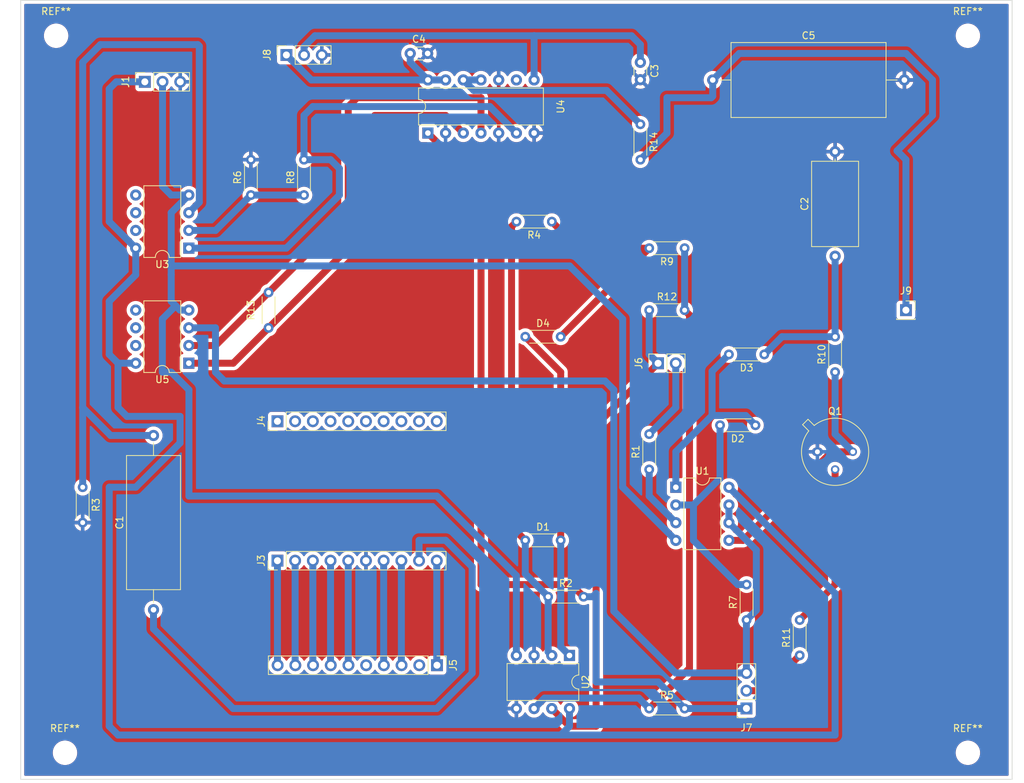
<source format=kicad_pcb>
(kicad_pcb (version 20211014) (generator pcbnew)
  (layers (0 "F.Cu" signal) (31 "B.Cu" signal) (34 "B.Paste" user) (35 "F.Paste" user) (36 "B.SilkS" user "B.Silkscreen") (37 "F.SilkS" user "F.Silkscreen") (38 "B.Mask" user) (39 "F.Mask" user) (44 "Edge.Cuts" user))
  (net 0 "")
  (net 1 "Net-(C1-Pad1)")
  (net 2 "Net-(C1-Pad2)")
  (net 3 "Net-(C2-Pad1)")
  (net 4 "GND")
  (net 5 "Net-(C3-Pad1)")
  (net 6 "Net-(C4-Pad1)")
  (net 7 "Net-(C5-Pad1)")
  (net 8 "Net-(D1-Pad1)")
  (net 9 "Net-(D1-Pad2)")
  (net 10 "Net-(D2-Pad1)")
  (net 11 "Net-(D2-Pad2)")
  (net 12 "Net-(D4-Pad2)")
  (net 13 "v+")
  (net 14 "v-")
  (net 25 "Net-(J3-Pad1)")
  (net 26 "Net-(J3-Pad2)")
  (net 27 "Net-(J3-Pad3)")
  (net 28 "Net-(J3-Pad4)")
  (net 29 "Net-(J3-Pad5)")
  (net 30 "Net-(J3-Pad7)")
  (net 31 "Net-(J3-Pad8)")
  (net 32 "Net-(J3-Pad10)")
  (net 35 "rect_out")
  (net 36 "peak_in")
  (net 37 "vin")
  (net 38 "dis")
  (net 39 "vout")
  (net 40 "Net-(Q1-Pad2)")
  (net 41 "Net-(Q1-Pad3)")
  (net 42 "Net-(R1-Pad1)")
  (net 43 "Net-(R12-Pad2)")
  (net 44 "Net-(R6-Pad1)")
  (net 45 "Net-(R8-Pad2)")
  (net 46 "Net-(R13-Pad1)")
  (net 47 "Net-(R13-Pad2)")
  (net 48 "Net-(R14-Pad1)")
  (footprint "MountingHole:MountingHole_2.5mm" (layer "F.Cu") (at 26.67 162.56)
    (fp_text reference "REF**" (at 0 -3.5) (layer "F.SilkS"))
    (fp_text value "MountingHole_2.5mm")
    (pad "" np_thru_hole circle (at 0 0) (size 2.5 2.5) (drill 2.5) (layers *.Cu *.Mask))
  )
  (footprint "Package_DIP:DIP-14_W7.62mm" (layer "F.Cu") (at 78.735 73.65 90)
    (fp_text reference "U4" (at 3.8 19.055 90) (layer "F.SilkS"))
    (fp_text value "AD734ANZ")
    (pad "1" thru_hole rect (at 0 0 90) (size 1.6 1.6) (drill 0.8) (layers *.Cu *.Mask) (net 37 "vin"))
    (pad "2" thru_hole oval (at 0 2.54 90) (size 1.6 1.6) (drill 0.8) (layers *.Cu *.Mask) (net 4 "GND"))
    (pad "3" thru_hole oval (at 0 5.08 90) (size 1.6 1.6) (drill 0.8) (layers *.Cu *.Mask) (net 46 "Net-(R13-Pad1)"))
    (pad "4" thru_hole oval (at 0 7.62 90) (size 1.6 1.6) (drill 0.8) (layers *.Cu *.Mask) (net 47 "Net-(R13-Pad2)"))
    (pad "5" thru_hole oval (at 0 10.16 90) (size 1.6 1.6) (drill 0.8) (layers *.Cu *.Mask) (net 4 "GND"))
    (pad "6" thru_hole oval (at 0 12.7 90) (size 1.6 1.6) (drill 0.8) (layers *.Cu *.Mask) (net 45 "Net-(R8-Pad2)"))
    (pad "7" thru_hole oval (at 0 15.24 90) (size 1.6 1.6) (drill 0.8) (layers *.Cu *.Mask) (net 4 "GND"))
    (pad "8" thru_hole oval (at 7.62 15.24 90) (size 1.6 1.6) (drill 0.8) (layers *.Cu *.Mask) (net 5 "Net-(C3-Pad1)"))
    (pad "9" thru_hole oval (at 7.62 12.7 90) (size 1.6 1.6) (drill 0.8) (layers *.Cu *.Mask))
    (pad "10" thru_hole oval (at 7.62 10.16 90) (size 1.6 1.6) (drill 0.8) (layers *.Cu *.Mask) (net 4 "GND"))
    (pad "11" thru_hole oval (at 7.62 7.62 90) (size 1.6 1.6) (drill 0.8) (layers *.Cu *.Mask) (net 48 "Net-(R14-Pad1)"))
    (pad "12" thru_hole oval (at 7.62 5.08 90) (size 1.6 1.6) (drill 0.8) (layers *.Cu *.Mask) (net 48 "Net-(R14-Pad1)"))
    (pad "13" thru_hole oval (at 7.62 2.54 90) (size 1.6 1.6) (drill 0.8) (layers *.Cu *.Mask) (net 6 "Net-(C4-Pad1)"))
    (pad "14" thru_hole oval (at 7.62 0 90) (size 1.6 1.6) (drill 0.8) (layers *.Cu *.Mask) (net 6 "Net-(C4-Pad1)"))
  )
  (footprint "Connector_PinHeader_2.54mm:PinHeader_1x10_P2.54mm_Vertical" (layer "F.Cu") (at 57.15 115 90)
    (fp_text reference "J4" (at 0 -2.33 90) (layer "F.SilkS"))
    (fp_text value "rightWOSInConn")
    (pad "1" thru_hole rect (at 0 0 90) (size 1.7 1.7) (drill 1) (layers *.Cu *.Mask))
    (pad "2" thru_hole oval (at 0 2.54 90) (size 1.7 1.7) (drill 1) (layers *.Cu *.Mask))
    (pad "3" thru_hole oval (at 0 5.08 90) (size 1.7 1.7) (drill 1) (layers *.Cu *.Mask))
    (pad "4" thru_hole oval (at 0 7.62 90) (size 1.7 1.7) (drill 1) (layers *.Cu *.Mask))
    (pad "5" thru_hole oval (at 0 10.16 90) (size 1.7 1.7) (drill 1) (layers *.Cu *.Mask))
    (pad "6" thru_hole oval (at 0 12.7 90) (size 1.7 1.7) (drill 1) (layers *.Cu *.Mask))
    (pad "7" thru_hole oval (at 0 15.24 90) (size 1.7 1.7) (drill 1) (layers *.Cu *.Mask))
    (pad "8" thru_hole oval (at 0 17.78 90) (size 1.7 1.7) (drill 1) (layers *.Cu *.Mask))
    (pad "9" thru_hole oval (at 0 20.32 90) (size 1.7 1.7) (drill 1) (layers *.Cu *.Mask))
    (pad "10" thru_hole oval (at 0 22.86 90) (size 1.7 1.7) (drill 1) (layers *.Cu *.Mask))
  )
  (footprint "Capacitor_THT:C_Axial_L22.0mm_D10.5mm_P27.50mm_Horizontal" (layer "F.Cu") (at 119.6 66.04)
    (fp_text reference "C5" (at 13.75 -6.37) (layer "F.SilkS"))
    (fp_text value "1u")
    (pad "1" thru_hole circle (at 0 0) (size 1.6 1.6) (drill 0.8) (layers *.Cu *.Mask) (net 7 "Net-(C5-Pad1)"))
    (pad "2" thru_hole oval (at 27.5 0) (size 1.6 1.6) (drill 0.8) (layers *.Cu *.Mask) (net 4 "GND"))
  )
  (footprint "Resistor_THT:R_Axial_DIN0204_L3.6mm_D1.6mm_P5.08mm_Horizontal" (layer "F.Cu") (at 96.52 86.36 180)
    (fp_text reference "R4" (at 2.54 -1.92) (layer "F.SilkS"))
    (fp_text value "15k")
    (pad "1" thru_hole circle (at 0 0 180) (size 1.4 1.4) (drill 0.7) (layers *.Cu *.Mask) (net 12 "Net-(D4-Pad2)"))
    (pad "2" thru_hole oval (at 5.08 0 180) (size 1.4 1.4) (drill 0.7) (layers *.Cu *.Mask) (net 8 "Net-(D1-Pad1)"))
  )
  (footprint "Resistor_THT:R_Axial_DIN0204_L3.6mm_D1.6mm_P5.08mm_Horizontal" (layer "F.Cu") (at 60.96 82.55 90)
    (fp_text reference "R8" (at 2.54 -1.92 90) (layer "F.SilkS"))
    (fp_text value "100k")
    (pad "1" thru_hole circle (at 0 0 90) (size 1.4 1.4) (drill 0.7) (layers *.Cu *.Mask) (net 44 "Net-(R6-Pad1)"))
    (pad "2" thru_hole oval (at 5.08 0 90) (size 1.4 1.4) (drill 0.7) (layers *.Cu *.Mask) (net 45 "Net-(R8-Pad2)"))
  )
  (footprint "Capacitor_THT:C_Disc_D3.0mm_W1.6mm_P2.50mm" (layer "F.Cu") (at 76.2 62.23)
    (fp_text reference "C4" (at 1.25 -2.05) (layer "F.SilkS"))
    (fp_text value ".1u")
    (pad "1" thru_hole circle (at 0 0) (size 1.6 1.6) (drill 0.8) (layers *.Cu *.Mask) (net 6 "Net-(C4-Pad1)"))
    (pad "2" thru_hole circle (at 2.5 0) (size 1.6 1.6) (drill 0.8) (layers *.Cu *.Mask) (net 4 "GND"))
  )
  (footprint "MountingHole:MountingHole_2.5mm" (layer "F.Cu") (at 156.21 59.69)
    (fp_text reference "REF**" (at 0 -3.5) (layer "F.SilkS"))
    (fp_text value "MountingHole_2.5mm")
    (pad "" np_thru_hole circle (at 0 0) (size 2.5 2.5) (drill 2.5) (layers *.Cu *.Mask))
  )
  (footprint "Resistor_THT:R_Axial_DIN0204_L3.6mm_D1.6mm_P5.08mm_Horizontal" (layer "F.Cu") (at 124.46 143.51 90)
    (fp_text reference "R7" (at 2.54 -1.92 90) (layer "F.SilkS"))
    (fp_text value "1k")
    (pad "1" thru_hole circle (at 0 0 90) (size 1.4 1.4) (drill 0.7) (layers *.Cu *.Mask) (net 39 "vout"))
    (pad "2" thru_hole oval (at 5.08 0 90) (size 1.4 1.4) (drill 0.7) (layers *.Cu *.Mask) (net 11 "Net-(D2-Pad2)"))
  )
  (footprint "Resistor_THT:R_Axial_DIN0204_L3.6mm_D1.6mm_P5.08mm_Horizontal" (layer "F.Cu") (at 132.08 148.59 90)
    (fp_text reference "R11" (at 2.54 -1.92 90) (layer "F.SilkS"))
    (fp_text value "8.8k")
    (pad "1" thru_hole circle (at 0 0 90) (size 1.4 1.4) (drill 0.7) (layers *.Cu *.Mask) (net 38 "dis"))
    (pad "2" thru_hole oval (at 5.08 0 90) (size 1.4 1.4) (drill 0.7) (layers *.Cu *.Mask) (net 40 "Net-(Q1-Pad2)"))
  )
  (footprint "Resistor_THT:R_Axial_DIN0204_L3.6mm_D1.6mm_P5.08mm_Horizontal" (layer "F.Cu") (at 55.88 101.6 90)
    (fp_text reference "R13" (at 2.54 -2.54 90) (layer "F.SilkS"))
    (fp_text value "2M")
    (pad "1" thru_hole circle (at 0 0 90) (size 1.4 1.4) (drill 0.7) (layers *.Cu *.Mask) (net 46 "Net-(R13-Pad1)"))
    (pad "2" thru_hole oval (at 5.08 0 90) (size 1.4 1.4) (drill 0.7) (layers *.Cu *.Mask) (net 47 "Net-(R13-Pad2)"))
  )
  (footprint "Connector_PinSocket_2.54mm:PinSocket_1x01_P2.54mm_Vertical" (layer "F.Cu") (at 147.32 99.06)
    (fp_text reference "J9" (at 0 -2.77) (layer "F.SilkS"))
    (fp_text value "PAS_OUT")
    (pad "1" thru_hole rect (at 0 0) (size 1.7 1.7) (drill 1) (layers *.Cu *.Mask) (net 7 "Net-(C5-Pad1)"))
  )
  (footprint "Resistor_THT:R_Axial_DIN0204_L3.6mm_D1.6mm_P5.08mm_Horizontal" (layer "F.Cu") (at 137.16 107.95 90)
    (fp_text reference "R10" (at 2.54 -1.92 90) (layer "F.SilkS"))
    (fp_text value "400")
    (pad "1" thru_hole circle (at 0 0 90) (size 1.4 1.4) (drill 0.7) (layers *.Cu *.Mask) (net 41 "Net-(Q1-Pad3)"))
    (pad "2" thru_hole oval (at 5.08 0 90) (size 1.4 1.4) (drill 0.7) (layers *.Cu *.Mask) (net 3 "Net-(C2-Pad1)"))
  )
  (footprint "Resistor_THT:R_Axial_DIN0204_L3.6mm_D1.6mm_P5.08mm_Horizontal" (layer "F.Cu") (at 125.73 115.57 180)
    (fp_text reference "D2" (at 2.54 -1.92) (layer "F.SilkS"))
    (fp_text value "D")
    (pad "1" thru_hole circle (at 0 0 180) (size 1.4 1.4) (drill 0.7) (layers *.Cu *.Mask) (net 10 "Net-(D2-Pad1)"))
    (pad "2" thru_hole oval (at 5.08 0 180) (size 1.4 1.4) (drill 0.7) (layers *.Cu *.Mask) (net 11 "Net-(D2-Pad2)"))
  )
  (footprint "Package_DIP:DIP-8_W7.62mm" (layer "F.Cu") (at 44.44 90.16 180)
    (fp_text reference "U3" (at 3.81 -2.33) (layer "F.SilkS"))
    (fp_text value "LF353")
    (pad "1" thru_hole rect (at 0 0 180) (size 1.6 1.6) (drill 0.8) (layers *.Cu *.Mask) (net 45 "Net-(R8-Pad2)"))
    (pad "2" thru_hole oval (at 0 2.54 180) (size 1.6 1.6) (drill 0.8) (layers *.Cu *.Mask) (net 44 "Net-(R6-Pad1)"))
    (pad "3" thru_hole oval (at 0 5.08 180) (size 1.6 1.6) (drill 0.8) (layers *.Cu *.Mask) (net 2 "Net-(C1-Pad2)"))
    (pad "4" thru_hole oval (at 0 7.62 180) (size 1.6 1.6) (drill 0.8) (layers *.Cu *.Mask) (net 14 "v-"))
    (pad "5" thru_hole oval (at 7.62 7.62 180) (size 1.6 1.6) (drill 0.8) (layers *.Cu *.Mask))
    (pad "6" thru_hole oval (at 7.62 5.08 180) (size 1.6 1.6) (drill 0.8) (layers *.Cu *.Mask))
    (pad "7" thru_hole oval (at 7.62 2.54 180) (size 1.6 1.6) (drill 0.8) (layers *.Cu *.Mask))
    (pad "8" thru_hole oval (at 7.62 0 180) (size 1.6 1.6) (drill 0.8) (layers *.Cu *.Mask) (net 13 "v+"))
  )
  (footprint "Package_DIP:DIP-8_W7.62mm" (layer "F.Cu") (at 99.05 148.6 -90)
    (fp_text reference "U2" (at 3.81 -2.33 90) (layer "F.SilkS"))
    (fp_text value "LF353")
    (pad "1" thru_hole rect (at 0 0 270) (size 1.6 1.6) (drill 0.8) (layers *.Cu *.Mask) (net 9 "Net-(D1-Pad2)"))
    (pad "2" thru_hole oval (at 0 2.54 270) (size 1.6 1.6) (drill 0.8) (layers *.Cu *.Mask) (net 8 "Net-(D1-Pad1)"))
    (pad "3" thru_hole oval (at 0 5.08 270) (size 1.6 1.6) (drill 0.8) (layers *.Cu *.Mask) (net 4 "GND"))
    (pad "4" thru_hole oval (at 0 7.62 270) (size 1.6 1.6) (drill 0.8) (layers *.Cu *.Mask) (net 14 "v-"))
    (pad "5" thru_hole oval (at 7.62 7.62 270) (size 1.6 1.6) (drill 0.8) (layers *.Cu *.Mask) (net 4 "GND"))
    (pad "6" thru_hole oval (at 7.62 5.08 270) (size 1.6 1.6) (drill 0.8) (layers *.Cu *.Mask) (net 43 "Net-(R12-Pad2)"))
    (pad "7" thru_hole oval (at 7.62 2.54 270) (size 1.6 1.6) (drill 0.8) (layers *.Cu *.Mask) (net 35 "rect_out"))
    (pad "8" thru_hole oval (at 7.62 0 270) (size 1.6 1.6) (drill 0.8) (layers *.Cu *.Mask) (net 13 "v+"))
  )
  (footprint "Connector_PinHeader_2.54mm:PinHeader_1x10_P2.54mm_Vertical" (layer "F.Cu") (at 80.04 150 -90)
    (fp_text reference "J5" (at 0 -2.33 90) (layer "F.SilkS"))
    (fp_text value "LeftWOSOutConn")
    (pad "1" thru_hole rect (at 0 0 270) (size 1.7 1.7) (drill 1) (layers *.Cu *.Mask) (net 32 "Net-(J3-Pad10)"))
    (pad "2" thru_hole oval (at 0 2.54 270) (size 1.7 1.7) (drill 1) (layers *.Cu *.Mask))
    (pad "3" thru_hole oval (at 0 5.08 270) (size 1.7 1.7) (drill 1) (layers *.Cu *.Mask) (net 31 "Net-(J3-Pad8)"))
    (pad "4" thru_hole oval (at 0 7.62 270) (size 1.7 1.7) (drill 1) (layers *.Cu *.Mask) (net 30 "Net-(J3-Pad7)"))
    (pad "5" thru_hole oval (at 0 10.16 270) (size 1.7 1.7) (drill 1) (layers *.Cu *.Mask))
    (pad "6" thru_hole oval (at 0 12.7 270) (size 1.7 1.7) (drill 1) (layers *.Cu *.Mask) (net 29 "Net-(J3-Pad5)"))
    (pad "7" thru_hole oval (at 0 15.24 270) (size 1.7 1.7) (drill 1) (layers *.Cu *.Mask) (net 28 "Net-(J3-Pad4)"))
    (pad "8" thru_hole oval (at 0 17.78 270) (size 1.7 1.7) (drill 1) (layers *.Cu *.Mask) (net 27 "Net-(J3-Pad3)"))
    (pad "9" thru_hole oval (at 0 20.32 270) (size 1.7 1.7) (drill 1) (layers *.Cu *.Mask) (net 26 "Net-(J3-Pad2)"))
    (pad "10" thru_hole oval (at 0 22.86 270) (size 1.7 1.7) (drill 1) (layers *.Cu *.Mask) (net 25 "Net-(J3-Pad1)"))
  )
  (footprint "Resistor_THT:R_Axial_DIN0204_L3.6mm_D1.6mm_P5.08mm_Horizontal" (layer "F.Cu") (at 92.71 132.08)
    (fp_text reference "D1" (at 2.54 -1.92) (layer "F.SilkS"))
    (fp_text value "D")
    (pad "1" thru_hole circle (at 0 0) (size 1.4 1.4) (drill 0.7) (layers *.Cu *.Mask) (net 8 "Net-(D1-Pad1)"))
    (pad "2" thru_hole oval (at 5.08 0) (size 1.4 1.4) (drill 0.7) (layers *.Cu *.Mask) (net 9 "Net-(D1-Pad2)"))
  )
  (footprint "MountingHole:MountingHole_2.5mm" (layer "F.Cu") (at 25.4 59.69)
    (fp_text reference "REF**" (at 0 -3.5) (layer "F.SilkS"))
    (fp_text value "MountingHole_2.5mm")
    (pad "" np_thru_hole circle (at 0 0) (size 2.5 2.5) (drill 2.5) (layers *.Cu *.Mask))
  )
  (footprint "Resistor_THT:R_Axial_DIN0204_L3.6mm_D1.6mm_P5.08mm_Horizontal" (layer "F.Cu") (at 110.49 99.06)
    (fp_text reference "R12" (at 2.54 -1.92) (layer "F.SilkS"))
    (fp_text value "15k")
    (pad "1" thru_hole circle (at 0 0) (size 1.4 1.4) (drill 0.7) (layers *.Cu *.Mask) (net 35 "rect_out"))
    (pad "2" thru_hole oval (at 5.08 0) (size 1.4 1.4) (drill 0.7) (layers *.Cu *.Mask) (net 43 "Net-(R12-Pad2)"))
  )
  (footprint "Resistor_THT:R_Axial_DIN0204_L3.6mm_D1.6mm_P5.08mm_Horizontal" (layer "F.Cu") (at 53.34 82.55 90)
    (fp_text reference "R6" (at 2.54 -1.92 90) (layer "F.SilkS"))
    (fp_text value "100k")
    (pad "1" thru_hole circle (at 0 0 90) (size 1.4 1.4) (drill 0.7) (layers *.Cu *.Mask) (net 44 "Net-(R6-Pad1)"))
    (pad "2" thru_hole oval (at 5.08 0 90) (size 1.4 1.4) (drill 0.7) (layers *.Cu *.Mask) (net 4 "GND"))
  )
  (footprint "Resistor_THT:R_Axial_DIN0204_L3.6mm_D1.6mm_P5.08mm_Horizontal" (layer "F.Cu") (at 110.49 121.92 90)
    (fp_text reference "R1" (at 2.54 -1.92 90) (layer "F.SilkS"))
    (fp_text value "1k")
    (pad "1" thru_hole circle (at 0 0 90) (size 1.4 1.4) (drill 0.7) (layers *.Cu *.Mask) (net 42 "Net-(R1-Pad1)"))
    (pad "2" thru_hole oval (at 5.08 0 90) (size 1.4 1.4) (drill 0.7) (layers *.Cu *.Mask) (net 36 "peak_in"))
  )
  (footprint "Package_DIP:DIP-8_W7.62mm" (layer "F.Cu") (at 44.44 106.67 180)
    (fp_text reference "U5" (at 3.81 -2.33) (layer "F.SilkS"))
    (fp_text value "LF353")
    (pad "1" thru_hole rect (at 0 0 180) (size 1.6 1.6) (drill 0.8) (layers *.Cu *.Mask) (net 46 "Net-(R13-Pad1)"))
    (pad "2" thru_hole oval (at 0 2.54 180) (size 1.6 1.6) (drill 0.8) (layers *.Cu *.Mask) (net 47 "Net-(R13-Pad2)"))
    (pad "3" thru_hole oval (at 0 5.08 180) (size 1.6 1.6) (drill 0.8) (layers *.Cu *.Mask) (net 39 "vout"))
    (pad "4" thru_hole oval (at 0 7.62 180) (size 1.6 1.6) (drill 0.8) (layers *.Cu *.Mask) (net 14 "v-"))
    (pad "5" thru_hole oval (at 7.62 7.62 180) (size 1.6 1.6) (drill 0.8) (layers *.Cu *.Mask))
    (pad "6" thru_hole oval (at 7.62 5.08 180) (size 1.6 1.6) (drill 0.8) (layers *.Cu *.Mask))
    (pad "7" thru_hole oval (at 7.62 2.54 180) (size 1.6 1.6) (drill 0.8) (layers *.Cu *.Mask))
    (pad "8" thru_hole oval (at 7.62 0 180) (size 1.6 1.6) (drill 0.8) (layers *.Cu *.Mask) (net 13 "v+"))
  )
  (footprint "Resistor_THT:R_Axial_DIN0204_L3.6mm_D1.6mm_P5.08mm_Horizontal" (layer "F.Cu") (at 127 105.41 180)
    (fp_text reference "D3" (at 2.54 -1.92) (layer "F.SilkS"))
    (fp_text value "D")
    (pad "1" thru_hole circle (at 0 0 180) (size 1.4 1.4) (drill 0.7) (layers *.Cu *.Mask) (net 3 "Net-(C2-Pad1)"))
    (pad "2" thru_hole oval (at 5.08 0 180) (size 1.4 1.4) (drill 0.7) (layers *.Cu *.Mask) (net 10 "Net-(D2-Pad1)"))
  )
  (footprint "Capacitor_THT:C_Axial_L12.0mm_D6.5mm_P15.00mm_Horizontal" (layer "F.Cu") (at 137.16 91.32 90)
    (fp_text reference "C2" (at 7.5 -4.37 90) (layer "F.SilkS"))
    (fp_text value "C")
    (pad "1" thru_hole circle (at 0 0 90) (size 1.6 1.6) (drill 0.8) (layers *.Cu *.Mask) (net 3 "Net-(C2-Pad1)"))
    (pad "2" thru_hole oval (at 15 0 90) (size 1.6 1.6) (drill 0.8) (layers *.Cu *.Mask) (net 4 "GND"))
  )
  (footprint "Capacitor_THT:C_Axial_L19.0mm_D7.5mm_P25.00mm_Horizontal" (layer "F.Cu") (at 39.37 142.04 90)
    (fp_text reference "C1" (at 12.5 -4.87 90) (layer "F.SilkS"))
    (fp_text value "1u")
    (pad "1" thru_hole circle (at 0 0 90) (size 1.6 1.6) (drill 0.8) (layers *.Cu *.Mask) (net 1 "Net-(C1-Pad1)"))
    (pad "2" thru_hole oval (at 25 0 90) (size 1.6 1.6) (drill 0.8) (layers *.Cu *.Mask) (net 2 "Net-(C1-Pad2)"))
  )
  (footprint "Resistor_THT:R_Axial_DIN0204_L3.6mm_D1.6mm_P5.08mm_Horizontal" (layer "F.Cu") (at 115.57 90.17 180)
    (fp_text reference "R9" (at 2.54 -1.92) (layer "F.SilkS"))
    (fp_text value "7.5k")
    (pad "1" thru_hole circle (at 0 0 180) (size 1.4 1.4) (drill 0.7) (layers *.Cu *.Mask) (net 43 "Net-(R12-Pad2)"))
    (pad "2" thru_hole oval (at 5.08 0 180) (size 1.4 1.4) (drill 0.7) (layers *.Cu *.Mask) (net 12 "Net-(D4-Pad2)"))
  )
  (footprint "Resistor_THT:R_Axial_DIN0204_L3.6mm_D1.6mm_P5.08mm_Horizontal" (layer "F.Cu") (at 29.21 124.46 -90)
    (fp_text reference "R3" (at 2.54 -1.92 90) (layer "F.SilkS"))
    (fp_text value "800k")
    (pad "1" thru_hole circle (at 0 0 270) (size 1.4 1.4) (drill 0.7) (layers *.Cu *.Mask) (net 2 "Net-(C1-Pad2)"))
    (pad "2" thru_hole oval (at 5.08 0 270) (size 1.4 1.4) (drill 0.7) (layers *.Cu *.Mask) (net 4 "GND"))
  )
  (footprint "Connector_PinSocket_2.54mm:PinSocket_1x03_P2.54mm_Vertical" (layer "F.Cu") (at 38.125 66.2975 90)
    (fp_text reference "J1" (at 0 -2.77 90) (layer "F.SilkS"))
    (fp_text value "5V_PWR")
    (pad "1" thru_hole rect (at 0 0 90) (size 1.7 1.7) (drill 1) (layers *.Cu *.Mask) (net 13 "v+"))
    (pad "2" thru_hole oval (at 0 2.54 90) (size 1.7 1.7) (drill 1) (layers *.Cu *.Mask) (net 14 "v-"))
    (pad "3" thru_hole oval (at 0 5.08 90) (size 1.7 1.7) (drill 1) (layers *.Cu *.Mask) (net 4 "GND"))
  )
  (footprint "Resistor_THT:R_Axial_DIN0204_L3.6mm_D1.6mm_P5.08mm_Horizontal" (layer "F.Cu") (at 110.49 156.21)
    (fp_text reference "R5" (at 2.54 -1.92) (layer "F.SilkS"))
    (fp_text value "15k")
    (pad "1" thru_hole circle (at 0 0) (size 1.4 1.4) (drill 0.7) (layers *.Cu *.Mask) (net 43 "Net-(R12-Pad2)"))
    (pad "2" thru_hole oval (at 5.08 0) (size 1.4 1.4) (drill 0.7) (layers *.Cu *.Mask) (net 37 "vin"))
  )
  (footprint "Connector_PinSocket_2.54mm:PinSocket_1x02_P2.54mm_Vertical" (layer "F.Cu") (at 111.76 106.68 90)
    (fp_text reference "J6" (at 0 -2.77 90) (layer "F.SilkS"))
    (fp_text value "RECT_SIG")
    (pad "1" thru_hole rect (at 0 0 90) (size 1.7 1.7) (drill 1) (layers *.Cu *.Mask) (net 35 "rect_out"))
    (pad "2" thru_hole oval (at 0 2.54 90) (size 1.7 1.7) (drill 1) (layers *.Cu *.Mask) (net 36 "peak_in"))
  )
  (footprint "Connector_PinSocket_2.54mm:PinSocket_1x03_P2.54mm_Vertical" (layer "F.Cu") (at 58.435 62.4475 90)
    (fp_text reference "J8" (at 0 -2.77 90) (layer "F.SilkS"))
    (fp_text value "10V_PWR")
    (pad "1" thru_hole rect (at 0 0 90) (size 1.7 1.7) (drill 1) (layers *.Cu *.Mask) (net 6 "Net-(C4-Pad1)"))
    (pad "2" thru_hole oval (at 0 2.54 90) (size 1.7 1.7) (drill 1) (layers *.Cu *.Mask) (net 5 "Net-(C3-Pad1)"))
    (pad "3" thru_hole oval (at 0 5.08 90) (size 1.7 1.7) (drill 1) (layers *.Cu *.Mask) (net 4 "GND"))
  )
  (footprint "MountingHole:MountingHole_2.5mm" (layer "F.Cu") (at 156.21 162.56)
    (fp_text reference "REF**" (at 0 -3.5) (layer "F.SilkS"))
    (fp_text value "MountingHole_2.5mm")
    (pad "" np_thru_hole circle (at 0 0) (size 2.5 2.5) (drill 2.5) (layers *.Cu *.Mask))
  )
  (footprint "Package_DIP:DIP-8_W7.62mm" (layer "F.Cu") (at 114.31 124.47)
    (fp_text reference "U1" (at 3.81 -2.33) (layer "F.SilkS"))
    (fp_text value "LF353")
    (pad "1" thru_hole rect (at 0 0) (size 1.6 1.6) (drill 0.8) (layers *.Cu *.Mask) (net 10 "Net-(D2-Pad1)"))
    (pad "2" thru_hole oval (at 0 2.54) (size 1.6 1.6) (drill 0.8) (layers *.Cu *.Mask) (net 11 "Net-(D2-Pad2)"))
    (pad "3" thru_hole oval (at 0 5.08) (size 1.6 1.6) (drill 0.8) (layers *.Cu *.Mask) (net 42 "Net-(R1-Pad1)"))
    (pad "4" thru_hole oval (at 0 7.62) (size 1.6 1.6) (drill 0.8) (layers *.Cu *.Mask) (net 14 "v-"))
    (pad "5" thru_hole oval (at 7.62 7.62) (size 1.6 1.6) (drill 0.8) (layers *.Cu *.Mask) (net 41 "Net-(Q1-Pad3)"))
    (pad "6" thru_hole oval (at 7.62 5.08) (size 1.6 1.6) (drill 0.8) (layers *.Cu *.Mask) (net 39 "vout"))
    (pad "7" thru_hole oval (at 7.62 2.54) (size 1.6 1.6) (drill 0.8) (layers *.Cu *.Mask) (net 39 "vout"))
    (pad "8" thru_hole oval (at 7.62 0) (size 1.6 1.6) (drill 0.8) (layers *.Cu *.Mask) (net 13 "v+"))
  )
  (footprint "Connector_PinSocket_2.54mm:PinSocket_1x03_P2.54mm_Vertical" (layer "F.Cu") (at 124.435 156.195 180)
    (fp_text reference "J7" (at 0 -2.77) (layer "F.SilkS"))
    (fp_text value "MAS_SIG")
    (pad "1" thru_hole rect (at 0 0 180) (size 1.7 1.7) (drill 1) (layers *.Cu *.Mask) (net 37 "vin"))
    (pad "2" thru_hole oval (at 0 2.54 180) (size 1.7 1.7) (drill 1) (layers *.Cu *.Mask) (net 38 "dis"))
    (pad "3" thru_hole oval (at 0 5.08 180) (size 1.7 1.7) (drill 1) (layers *.Cu *.Mask) (net 39 "vout"))
  )
  (footprint "Resistor_THT:R_Axial_DIN0204_L3.6mm_D1.6mm_P5.08mm_Horizontal" (layer "F.Cu") (at 109.22 72.39 -90)
    (fp_text reference "R14" (at 2.54 -1.92 90) (layer "F.SilkS"))
    (fp_text value "160k")
    (pad "1" thru_hole circle (at 0 0 270) (size 1.4 1.4) (drill 0.7) (layers *.Cu *.Mask) (net 48 "Net-(R14-Pad1)"))
    (pad "2" thru_hole oval (at 5.08 0 270) (size 1.4 1.4) (drill 0.7) (layers *.Cu *.Mask) (net 7 "Net-(C5-Pad1)"))
  )
  (footprint "Capacitor_THT:C_Disc_D3.0mm_W1.6mm_P2.50mm" (layer "F.Cu") (at 109.22 63.5 -90)
    (fp_text reference "C3" (at 1.25 -2.05 -270) (layer "F.SilkS"))
    (fp_text value ".1u")
    (pad "1" thru_hole circle (at 0 0 270) (size 1.6 1.6) (drill 0.8) (layers *.Cu *.Mask) (net 5 "Net-(C3-Pad1)"))
    (pad "2" thru_hole circle (at 2.5 0 270) (size 1.6 1.6) (drill 0.8) (layers *.Cu *.Mask) (net 4 "GND"))
  )
  (footprint "Resistor_THT:R_Axial_DIN0204_L3.6mm_D1.6mm_P5.08mm_Horizontal" (layer "F.Cu") (at 92.71 102.87)
    (fp_text reference "D4" (at 2.54 -1.92) (layer "F.SilkS"))
    (fp_text value "D")
    (pad "1" thru_hole circle (at 0 0) (size 1.4 1.4) (drill 0.7) (layers *.Cu *.Mask) (net 9 "Net-(D1-Pad2)"))
    (pad "2" thru_hole oval (at 5.08 0) (size 1.4 1.4) (drill 0.7) (layers *.Cu *.Mask) (net 12 "Net-(D4-Pad2)"))
  )
  (footprint "Resistor_THT:R_Axial_DIN0204_L3.6mm_D1.6mm_P5.08mm_Horizontal" (layer "F.Cu") (at 95.99 140.17)
    (fp_text reference "R2" (at 2.54 -1.92) (layer "F.SilkS"))
    (fp_text value "15k")
    (pad "1" thru_hole circle (at 0 0) (size 1.4 1.4) (drill 0.7) (layers *.Cu *.Mask) (net 8 "Net-(D1-Pad1)"))
    (pad "2" thru_hole oval (at 5.08 0) (size 1.4 1.4) (drill 0.7) (layers *.Cu *.Mask) (net 37 "vin"))
  )
  (footprint "Connector_PinHeader_2.54mm:PinHeader_1x10_P2.54mm_Vertical" (layer "F.Cu") (at 57.15 135 90)
    (fp_text reference "J3" (at 0 -2.33 90) (layer "F.SilkS"))
    (fp_text value "LeftWOSInConn")
    (pad "1" thru_hole rect (at 0 0 90) (size 1.7 1.7) (drill 1) (layers *.Cu *.Mask) (net 25 "Net-(J3-Pad1)"))
    (pad "2" thru_hole oval (at 0 2.54 90) (size 1.7 1.7) (drill 1) (layers *.Cu *.Mask) (net 26 "Net-(J3-Pad2)"))
    (pad "3" thru_hole oval (at 0 5.08 90) (size 1.7 1.7) (drill 1) (layers *.Cu *.Mask) (net 27 "Net-(J3-Pad3)"))
    (pad "4" thru_hole oval (at 0 7.62 90) (size 1.7 1.7) (drill 1) (layers *.Cu *.Mask) (net 28 "Net-(J3-Pad4)"))
    (pad "5" thru_hole oval (at 0 10.16 90) (size 1.7 1.7) (drill 1) (layers *.Cu *.Mask) (net 29 "Net-(J3-Pad5)"))
    (pad "6" thru_hole oval (at 0 12.7 90) (size 1.7 1.7) (drill 1) (layers *.Cu *.Mask) (net 4 "GND"))
    (pad "7" thru_hole oval (at 0 15.24 90) (size 1.7 1.7) (drill 1) (layers *.Cu *.Mask) (net 30 "Net-(J3-Pad7)"))
    (pad "8" thru_hole oval (at 0 17.78 90) (size 1.7 1.7) (drill 1) (layers *.Cu *.Mask) (net 31 "Net-(J3-Pad8)"))
    (pad "9" thru_hole oval (at 0 20.32 90) (size 1.7 1.7) (drill 1) (layers *.Cu *.Mask) (net 1 "Net-(C1-Pad1)"))
    (pad "10" thru_hole oval (at 0 22.86 90) (size 1.7 1.7) (drill 1) (layers *.Cu *.Mask) (net 32 "Net-(J3-Pad10)"))
  )
  (footprint "Package_TO_SOT_THT:TO-39-3" (layer "F.Cu") (at 134.62 119.38)
    (fp_text reference "Q1" (at 2.54 -5.82) (layer "F.SilkS"))
    (fp_text value "2N2219")
    (pad "1" thru_hole oval (at 0 0) (size 1.6 1.2) (drill 0.7) (layers *.Cu *.Mask) (net 4 "GND"))
    (pad "2" thru_hole oval (at 2.54 2.54) (size 1.2 1.2) (drill 0.7) (layers *.Cu *.Mask) (net 40 "Net-(Q1-Pad2)"))
    (pad "3" thru_hole oval (at 5.08 0) (size 1.2 1.2) (drill 0.7) (layers *.Cu *.Mask) (net 41 "Net-(Q1-Pad3)"))
  )
  (gr_line (start 162.56 166.37) (end 20.32 166.37) (layer "Edge.Cuts") (width 0.1))
  (gr_line (start 20.32 166.37) (end 20.32 54.61) (layer "Edge.Cuts") (width 0.1))
  (gr_line (start 162.56 54.61) (end 20.32 54.61) (layer "Edge.Cuts") (width 0.1))
  (gr_line (start 162.56 54.61) (end 162.56 166.37) (layer "Edge.Cuts") (width 0.1))
  (segment (start 77.47 132.08) (end 77.47 135) (width 1) (layer "B.Cu") (net 1))
  (segment (start 50.8 156.21) (end 80.01 156.21) (width 1) (layer "B.Cu") (net 1))
  (segment (start 39.37 144.78) (end 50.8 156.21) (width 1) (layer "B.Cu") (net 1))
  (segment (start 85.09 151.13) (end 85.09 135.89) (width 1) (layer "B.Cu") (net 1))
  (segment (start 85.09 135.89) (end 81.28 132.08) (width 1) (layer "B.Cu") (net 1))
  (segment (start 39.37 142.04) (end 39.37 144.78) (width 1) (layer "B.Cu") (net 1))
  (segment (start 80.01 156.21) (end 85.09 151.13) (width 1) (layer "B.Cu") (net 1))
  (segment (start 81.28 132.08) (end 77.47 132.08) (width 1) (layer "B.Cu") (net 1))
  (segment (start 45.72 60.96) (end 31.75 60.96) (width 1) (layer "B.Cu") (net 2))
  (segment (start 44.44 85.08) (end 45.94 83.58) (width 1) (layer "B.Cu") (net 2))
  (segment (start 29.21 113.03) (end 33.22 117.04) (width 1) (layer "B.Cu") (net 2))
  (segment (start 29.21 63.5) (end 29.21 113.03) (width 1) (layer "B.Cu") (net 2))
  (segment (start 45.94 83.58) (end 45.94 61.18) (width 1) (layer "B.Cu") (net 2))
  (segment (start 31.75 60.96) (end 29.21 63.5) (width 1) (layer "B.Cu") (net 2))
  (segment (start 33.22 117.04) (end 39.37 117.04) (width 1) (layer "B.Cu") (net 2))
  (segment (start 45.94 61.18) (end 45.72 60.96) (width 1) (layer "B.Cu") (net 2))
  (segment (start 29.21 113.03) (end 29.21 124.46) (width 1) (layer "B.Cu") (net 2))
  (segment (start 137.16 102.87) (end 129.54 102.87) (width 1) (layer "B.Cu") (net 3))
  (segment (start 129.54 102.87) (end 127 105.41) (width 1) (layer "B.Cu") (net 3))
  (segment (start 137.16 91.32) (end 137.16 102.87) (width 1) (layer "B.Cu") (net 3))
  (segment (start 93.98 59.69) (end 93.975 59.695) (width 1) (layer "B.Cu") (net 5))
  (segment (start 60.975 61.245419) (end 62.530419 59.69) (width 1) (layer "B.Cu") (net 5))
  (segment (start 60.975 62.4475) (end 60.975 61.245419) (width 1) (layer "B.Cu") (net 5))
  (segment (start 62.530419 59.69) (end 93.98 59.69) (width 1) (layer "B.Cu") (net 5))
  (segment (start 109.22 60.96) (end 109.22 63.5) (width 1) (layer "B.Cu") (net 5))
  (segment (start 107.95 59.69) (end 109.22 60.96) (width 1) (layer "B.Cu") (net 5))
  (segment (start 93.975 59.695) (end 93.975 66.03) (width 1) (layer "B.Cu") (net 5))
  (segment (start 93.98 59.69) (end 107.95 59.69) (width 1) (layer "B.Cu") (net 5))
  (segment (start 62.0175 66.03) (end 78.735 66.03) (width 1) (layer "B.Cu") (net 6))
  (segment (start 58.435 62.4475) (end 62.0175 66.03) (width 1) (layer "B.Cu") (net 6))
  (segment (start 76.2 63.495) (end 78.735 66.03) (width 1) (layer "B.Cu") (net 6))
  (segment (start 78.735 66.03) (end 81.275 66.03) (width 1) (layer "B.Cu") (net 6))
  (segment (start 76.2 62.23) (end 76.2 63.495) (width 1) (layer "B.Cu") (net 6))
  (segment (start 113.03 73.66) (end 113.03 68.58) (width 1) (layer "B.Cu") (net 7))
  (segment (start 151.13 71.12) (end 146.05 76.2) (width 1) (layer "B.Cu") (net 7))
  (segment (start 147.32 62.23) (end 151.13 66.04) (width 1) (layer "B.Cu") (net 7))
  (segment (start 146.05 76.2) (end 147.32 77.47) (width 1) (layer "B.Cu") (net 7))
  (segment (start 113.03 68.58) (end 119.38 68.58) (width 1) (layer "B.Cu") (net 7))
  (segment (start 123.41 62.23) (end 147.32 62.23) (width 1) (layer "B.Cu") (net 7))
  (segment (start 109.22 77.47) (end 113.03 73.66) (width 1) (layer "B.Cu") (net 7))
  (segment (start 151.13 66.04) (end 151.13 71.12) (width 1) (layer "B.Cu") (net 7))
  (segment (start 119.6 68.36) (end 119.6 66.04) (width 1) (layer "B.Cu") (net 7))
  (segment (start 147.32 77.47) (end 147.32 99.06) (width 1) (layer "B.Cu") (net 7))
  (segment (start 119.6 66.04) (end 123.41 62.23) (width 1) (layer "B.Cu") (net 7))
  (segment (start 119.38 68.58) (end 119.6 68.36) (width 1) (layer "B.Cu") (net 7))
  (segment (start 91.44 86.36) (end 90.74 87.06) (width 1) (layer "F.Cu") (net 8))
  (segment (start 90.74 87.06) (end 90.74 130.11) (width 1) (layer "F.Cu") (net 8))
  (segment (start 90.74 130.11) (end 92.71 132.08) (width 1) (layer "F.Cu") (net 8))
  (segment (start 92.71 132.08) (end 92.71 136.89) (width 1) (layer "B.Cu") (net 8))
  (segment (start 95.99 140.17) (end 95.99 148.08) (width 1) (layer "B.Cu") (net 8))
  (segment (start 95.99 148.08) (end 96.51 148.6) (width 1) (layer "B.Cu") (net 8))
  (segment (start 92.71 136.89) (end 95.99 140.17) (width 1) (layer "B.Cu") (net 8))
  (segment (start 97.79 132.08) (end 97.79 107.95) (width 1) (layer "F.Cu") (net 9))
  (segment (start 97.79 107.95) (end 92.71 102.87) (width 1) (layer "F.Cu") (net 9))
  (segment (start 97.79 147.34) (end 99.05 148.6) (width 1) (layer "B.Cu") (net 9))
  (segment (start 97.79 132.08) (end 97.79 147.34) (width 1) (layer "B.Cu") (net 9))
  (segment (start 119.51 114.17) (end 119.51 107.82) (width 1) (layer "B.Cu") (net 10))
  (segment (start 124.33 114.17) (end 119.51 114.17) (width 1) (layer "B.Cu") (net 10))
  (segment (start 114.31 119.37) (end 114.31 124.47) (width 1) (layer "B.Cu") (net 10))
  (segment (start 125.73 115.57) (end 124.33 114.17) (width 1) (layer "B.Cu") (net 10))
  (segment (start 119.51 107.82) (end 121.92 105.41) (width 1) (layer "B.Cu") (net 10))
  (segment (start 119.51 114.17) (end 114.31 119.37) (width 1) (layer "B.Cu") (net 10))
  (segment (start 120.65 123.19) (end 116.84 127) (width 1) (layer "B.Cu") (net 11))
  (segment (start 116.84 132.08) (end 116.84 127) (width 1) (layer "B.Cu") (net 11))
  (segment (start 116.84 127) (end 116.83 127.01) (width 1) (layer "B.Cu") (net 11))
  (segment (start 120.65 115.57) (end 120.65 123.19) (width 1) (layer "B.Cu") (net 11))
  (segment (start 116.83 127.01) (end 114.31 127.01) (width 1) (layer "B.Cu") (net 11))
  (segment (start 124.46 138.43) (end 123.19 138.43) (width 1) (layer "B.Cu") (net 11))
  (segment (start 123.19 138.43) (end 116.84 132.08) (width 1) (layer "B.Cu") (net 11))
  (segment (start 97.79 102.87) (end 110.49 90.17) (width 1) (layer "F.Cu") (net 12))
  (segment (start 100.33 90.17) (end 96.52 86.36) (width 1) (layer "F.Cu") (net 12))
  (segment (start 110.49 90.17) (end 100.33 90.17) (width 1) (layer "F.Cu") (net 12))
  (segment (start 137.16 160.02) (end 97.79 160.02) (width 1) (layer "B.Cu") (net 13))
  (segment (start 38.125 66.2975) (end 34.0325 66.2975) (width 1) (layer "B.Cu") (net 13))
  (segment (start 99.05 158.76) (end 99.05 156.22) (width 1) (layer "B.Cu") (net 13))
  (segment (start 33.02 105.41) (end 34.28 106.67) (width 1) (layer "B.Cu") (net 13))
  (segment (start 34.0325 66.2975) (end 33.02 67.31) (width 1) (layer "B.Cu") (net 13))
  (segment (start 43.18 118.11) (end 36.83 124.46) (width 1) (layer "B.Cu") (net 13))
  (segment (start 43.18 114.3) (end 43.18 118.11) (width 1) (layer "B.Cu") (net 13))
  (segment (start 33.02 158.75) (end 34.29 160.02) (width 1) (layer "B.Cu") (net 13))
  (segment (start 97.79 160.02) (end 99.05 158.76) (width 1) (layer "B.Cu") (net 13))
  (segment (start 121.93 124.47) (end 137.16 139.7) (width 1) (layer "B.Cu") (net 13))
  (segment (start 36.82 93.99) (end 33.02 97.79) (width 1) (layer "B.Cu") (net 13))
  (segment (start 36.83 124.46) (end 33.02 124.46) (width 1) (layer "B.Cu") (net 13))
  (segment (start 33.02 67.31) (end 33.02 86.36) (width 1) (layer "B.Cu") (net 13))
  (segment (start 137.16 139.7) (end 137.16 160.02) (width 1) (layer "B.Cu") (net 13))
  (segment (start 35.56 114.3) (end 43.18 114.3) (width 1) (layer "B.Cu") (net 13))
  (segment (start 34.29 160.02) (end 97.79 160.02) (width 1) (layer "B.Cu") (net 13))
  (segment (start 34.28 106.67) (end 36.82 106.67) (width 1) (layer "B.Cu") (net 13))
  (segment (start 34.28 113.02) (end 35.56 114.3) (width 1) (layer "B.Cu") (net 13))
  (segment (start 33.02 97.79) (end 33.02 105.41) (width 1) (layer "B.Cu") (net 13))
  (segment (start 33.02 86.36) (end 36.82 90.16) (width 1) (layer "B.Cu") (net 13))
  (segment (start 33.02 124.46) (end 33.02 158.75) (width 1) (layer "B.Cu") (net 13))
  (segment (start 34.28 106.67) (end 34.28 113.02) (width 1) (layer "B.Cu") (net 13))
  (segment (start 36.82 90.16) (end 36.82 93.99) (width 1) (layer "B.Cu") (net 13))
  (segment (start 41.91 85.07) (end 41.91 92.71) (width 1) (layer "B.Cu") (net 14))
  (segment (start 91.43 148.6) (end 91.43 137.15) (width 1) (layer "B.Cu") (net 14))
  (segment (start 91.43 137.15) (end 80.01 125.73) (width 1) (layer "B.Cu") (net 14))
  (segment (start 41.91 92.71) (end 99.06 92.71) (width 1) (layer "B.Cu") (net 14))
  (segment (start 44.45 125.73) (end 44.45 110.49) (width 1) (layer "B.Cu") (net 14))
  (segment (start 106.68 124.46) (end 114.31 132.09) (width 1) (layer "B.Cu") (net 14))
  (segment (start 42.545 98.425) (end 43.17 99.05) (width 1) (layer "B.Cu") (net 14))
  (segment (start 99.06 92.71) (end 106.68 100.33) (width 1) (layer "B.Cu") (net 14))
  (segment (start 41.92 82.54) (end 44.44 82.54) (width 1) (layer "B.Cu") (net 14))
  (segment (start 40.665 81.305) (end 41.91 82.55) (width 1) (layer "B.Cu") (net 14))
  (segment (start 40.64 107.95) (end 40.64 100.33) (width 1) (layer "B.Cu") (net 14))
  (segment (start 40.64 100.33) (end 42.545 98.425) (width 1) (layer "B.Cu") (net 14))
  (segment (start 80.01 125.73) (end 44.45 125.73) (width 1) (layer "B.Cu") (net 14))
  (segment (start 43.17 99.05) (end 44.44 99.05) (width 1) (layer "B.Cu") (net 14))
  (segment (start 41.91 93.98) (end 41.91 97.79) (width 1) (layer "B.Cu") (net 14))
  (segment (start 41.91 97.79) (end 42.545 98.425) (width 1) (layer "B.Cu") (net 14))
  (segment (start 44.44 82.54) (end 41.91 85.07) (width 1) (layer "B.Cu") (net 14))
  (segment (start 41.91 92.71) (end 41.91 93.98) (width 1) (layer "B.Cu") (net 14))
  (segment (start 41.91 107.95) (end 40.64 107.95) (width 1) (layer "B.Cu") (net 14))
  (segment (start 106.68 100.33) (end 106.68 124.46) (width 1) (layer "B.Cu") (net 14))
  (segment (start 41.91 82.55) (end 41.92 82.54) (width 1) (layer "B.Cu") (net 14))
  (segment (start 44.45 110.49) (end 41.91 107.95) (width 1) (layer "B.Cu") (net 14))
  (segment (start 40.665 66.2975) (end 40.665 81.305) (width 1) (layer "B.Cu") (net 14))
  (segment (start 57.15 135) (end 57.15 149.97) (width 1) (layer "B.Cu") (net 25))
  (segment (start 57.15 149.97) (end 57.18 150) (width 1) (layer "B.Cu") (net 25))
  (segment (start 59.69 149.97) (end 59.72 150) (width 1) (layer "B.Cu") (net 26))
  (segment (start 59.69 135) (end 59.69 149.97) (width 1) (layer "B.Cu") (net 26))
  (segment (start 62.23 149.97) (end 62.26 150) (width 1) (layer "B.Cu") (net 27))
  (segment (start 62.23 135) (end 62.23 149.97) (width 1) (layer "B.Cu") (net 27))
  (segment (start 64.77 149.97) (end 64.8 150) (width 1) (layer "B.Cu") (net 28))
  (segment (start 64.77 135) (end 64.77 149.97) (width 1) (layer "B.Cu") (net 28))
  (segment (start 67.31 135) (end 67.31 149.97) (width 1) (layer "B.Cu") (net 29))
  (segment (start 67.31 149.97) (end 67.34 150) (width 1) (layer "B.Cu") (net 29))
  (segment (start 72.39 149.97) (end 72.42 150) (width 1) (layer "B.Cu") (net 30))
  (segment (start 72.39 135) (end 72.39 149.97) (width 1) (layer "B.Cu") (net 30))
  (segment (start 74.93 135) (end 74.93 149.97) (width 1) (layer "B.Cu") (net 31))
  (segment (start 74.93 149.97) (end 74.96 150) (width 1) (layer "B.Cu") (net 31))
  (segment (start 80.01 135) (end 80.01 149.97) (width 1) (layer "B.Cu") (net 32))
  (segment (start 80.01 149.97) (end 80.04 150) (width 1) (layer "B.Cu") (net 32))
  (segment (start 111.76 106.68) (end 102.87 115.57) (width 1) (layer "F.Cu") (net 35))
  (segment (start 99.04 158.75) (end 96.51 156.22) (width 1) (layer "F.Cu") (net 35))
  (segment (start 102.87 158.75) (end 99.04 158.75) (width 1) (layer "F.Cu") (net 35))
  (segment (start 102.87 115.57) (end 102.87 158.75) (width 1) (layer "F.Cu") (net 35))
  (segment (start 110.49 105.41) (end 111.76 106.68) (width 1) (layer "B.Cu") (net 35))
  (segment (start 110.49 99.06) (end 110.49 105.41) (width 1) (layer "B.Cu") (net 35))
  (segment (start 114.3 113.03) (end 114.3 106.68) (width 1) (layer "B.Cu") (net 36))
  (segment (start 110.49 116.84) (end 114.3 113.03) (width 1) (layer "B.Cu") (net 36))
  (segment (start 86.36 138.43) (end 99.33 138.43) (width 1) (layer "F.Cu") (net 37))
  (segment (start 99.33 138.43) (end 101.07 140.17) (width 1) (layer "F.Cu") (net 37))
  (segment (start 86.36 81.275) (end 86.36 138.43) (width 1) (layer "F.Cu") (net 37))
  (segment (start 78.735 73.65) (end 86.36 81.275) (width 1) (layer "F.Cu") (net 37))
  (segment (start 102.4 140.17) (end 101.07 140.17) (width 1) (layer "B.Cu") (net 37))
  (segment (start 102.87 139.7) (end 102.4 140.17) (width 1) (layer "B.Cu") (net 37))
  (segment (start 111.76 152.4) (end 102.87 152.4) (width 1) (layer "B.Cu") (net 37))
  (segment (start 115.57 156.21) (end 124.42 156.21) (width 1) (layer "B.Cu") (net 37))
  (segment (start 124.42 156.21) (end 124.435 156.195) (width 1) (layer "B.Cu") (net 37))
  (segment (start 102.87 152.4) (end 102.87 139.7) (width 1) (layer "B.Cu") (net 37))
  (segment (start 115.57 156.21) (end 111.76 152.4) (width 1) (layer "B.Cu") (net 37))
  (segment (start 124.435 153.655) (end 127.015 153.655) (width 1) (layer "F.Cu") (net 38))
  (segment (start 127.015 153.655) (end 132.08 148.59) (width 1) (layer "F.Cu") (net 38))
  (segment (start 48.26 101.6) (end 48.25 101.59) (width 1) (layer "B.Cu") (net 39))
  (segment (start 105.41 110.49) (end 104.14 109.22) (width 1) (layer "B.Cu") (net 39))
  (segment (start 121.93 129.55) (end 121.93 127.01) (width 1) (layer "B.Cu") (net 39))
  (segment (start 48.25 101.59) (end 44.44 101.59) (width 1) (layer "B.Cu") (net 39))
  (segment (start 125.86 142.11) (end 125.86 133.48) (width 1) (layer "B.Cu") (net 39))
  (segment (start 124.435 143.535) (end 124.46 143.51) (width 1) (layer "B.Cu") (net 39))
  (segment (start 114.285 151.115) (end 105.41 142.24) (width 1) (layer "B.Cu") (net 39))
  (segment (start 124.435 151.115) (end 124.435 143.535) (width 1) (layer "B.Cu") (net 39))
  (segment (start 104.14 109.22) (end 49.53 109.22) (width 1) (layer "B.Cu") (net 39))
  (segment (start 125.86 133.48) (end 121.93 129.55) (width 1) (layer "B.Cu") (net 39))
  (segment (start 105.41 142.24) (end 105.41 110.49) (width 1) (layer "B.Cu") (net 39))
  (segment (start 49.53 109.22) (end 48.26 107.95) (width 1) (layer "B.Cu") (net 39))
  (segment (start 124.435 151.115) (end 114.285 151.115) (width 1) (layer "B.Cu") (net 39))
  (segment (start 124.46 143.51) (end 125.86 142.11) (width 1) (layer "B.Cu") (net 39))
  (segment (start 48.26 107.95) (end 48.26 101.6) (width 1) (layer "B.Cu") (net 39))
  (segment (start 132.08 143.51) (end 137.16 138.43) (width 1) (layer "F.Cu") (net 40))
  (segment (start 137.16 138.43) (end 137.16 121.92) (width 1) (layer "F.Cu") (net 40))
  (segment (start 136.658478 119.38) (end 123.948478 132.09) (width 1) (layer "F.Cu") (net 41))
  (segment (start 139.7 119.38) (end 136.658478 119.38) (width 1) (layer "F.Cu") (net 41))
  (segment (start 123.948478 132.09) (end 121.93 132.09) (width 1) (layer "F.Cu") (net 41))
  (segment (start 137.16 107.95) (end 137.16 116.84) (width 1) (layer "B.Cu") (net 41))
  (segment (start 137.16 116.84) (end 139.7 119.38) (width 1) (layer "B.Cu") (net 41))
  (segment (start 110.49 121.92) (end 110.49 125.73) (width 1) (layer "B.Cu") (net 42))
  (segment (start 110.49 125.73) (end 114.31 129.55) (width 1) (layer "B.Cu") (net 42))
  (segment (start 115.57 99.06) (end 116.27 99.76) (width 1) (layer "F.Cu") (net 43))
  (segment (start 116.27 150.43) (end 110.49 156.21) (width 1) (layer "F.Cu") (net 43))
  (segment (start 116.27 99.76) (end 116.27 150.43) (width 1) (layer "F.Cu") (net 43))
  (segment (start 109 154.72) (end 95.47 154.72) (width 1) (layer "B.Cu") (net 43))
  (segment (start 95.47 154.72) (end 93.97 156.22) (width 1) (layer "B.Cu") (net 43))
  (segment (start 115.57 99.06) (end 115.57 90.17) (width 1) (layer "B.Cu") (net 43))
  (segment (start 110.49 156.21) (end 109 154.72) (width 1) (layer "B.Cu") (net 43))
  (segment (start 48.27 87.62) (end 53.34 82.55) (width 1) (layer "B.Cu") (net 44))
  (segment (start 53.34 82.55) (end 60.96 82.55) (width 1) (layer "B.Cu") (net 44))
  (segment (start 44.44 87.62) (end 48.27 87.62) (width 1) (layer "B.Cu") (net 44))
  (segment (start 58.43 90.16) (end 66.04 82.55) (width 1) (layer "B.Cu") (net 45))
  (segment (start 87.635 69.85) (end 91.435 73.65) (width 1) (layer "B.Cu") (net 45))
  (segment (start 60.96 71.12) (end 62.23 69.85) (width 1) (layer "B.Cu") (net 45))
  (segment (start 60.96 77.47) (end 60.96 71.12) (width 1) (layer "B.Cu") (net 45))
  (segment (start 66.04 78.74) (end 64.77 77.47) (width 1) (layer "B.Cu") (net 45))
  (segment (start 64.77 77.47) (end 60.96 77.47) (width 1) (layer "B.Cu") (net 45))
  (segment (start 44.44 90.16) (end 58.43 90.16) (width 1) (layer "B.Cu") (net 45))
  (segment (start 62.23 69.85) (end 87.635 69.85) (width 1) (layer "B.Cu") (net 45))
  (segment (start 66.04 82.55) (end 66.04 78.74) (width 1) (layer "B.Cu") (net 45))
  (segment (start 71.12 86.36) (end 71.12 71.12) (width 1) (layer "F.Cu") (net 46))
  (segment (start 44.44 106.67) (end 50.81 106.67) (width 1) (layer "F.Cu") (net 46))
  (segment (start 55.88 101.6) (end 71.12 86.36) (width 1) (layer "F.Cu") (net 46))
  (segment (start 81.285 71.12) (end 83.815 73.65) (width 1) (layer "F.Cu") (net 46))
  (segment (start 71.12 71.12) (end 81.285 71.12) (width 1) (layer "F.Cu") (net 46))
  (segment (start 50.81 106.67) (end 55.88 101.6) (width 1) (layer "F.Cu") (net 46))
  (segment (start 67.31 69.85) (end 68.58 68.58) (width 1) (layer "F.Cu") (net 47))
  (segment (start 86.36 68.58) (end 86.355 68.585) (width 1) (layer "F.Cu") (net 47))
  (segment (start 48.27 104.13) (end 55.88 96.52) (width 1) (layer "F.Cu") (net 47))
  (segment (start 55.88 96.52) (end 67.31 85.09) (width 1) (layer "F.Cu") (net 47))
  (segment (start 68.58 68.58) (end 86.36 68.58) (width 1) (layer "F.Cu") (net 47))
  (segment (start 67.31 85.09) (end 67.31 69.85) (width 1) (layer "F.Cu") (net 47))
  (segment (start 86.355 68.585) (end 86.355 73.65) (width 1) (layer "F.Cu") (net 47))
  (segment (start 44.44 104.13) (end 48.27 104.13) (width 1) (layer "F.Cu") (net 47))
  (segment (start 85.315 67.53) (end 83.815 66.03) (width 1) (layer "B.Cu") (net 48))
  (segment (start 104.36 67.53) (end 85.315 67.53) (width 1) (layer "B.Cu") (net 48))
  (segment (start 109.22 72.39) (end 104.36 67.53) (width 1) (layer "B.Cu") (net 48))
  (segment (start 83.815 66.03) (end 86.355 66.03) (width 1) (layer "B.Cu") (net 48))
  (zone (net 4) (net_name "GND") (layers F&B.Cu) (connect_pads (clearance 0.508)) (min_thickness 0.254) (fill yes (thermal_gap 0.508) (thermal_bridge_width 0.508))
    (polygon (pts (xy 162.56 166.37) (xy 20.32 166.37) (xy 20.32 54.61) (xy 162.56 54.61)))
  )
)
</source>
